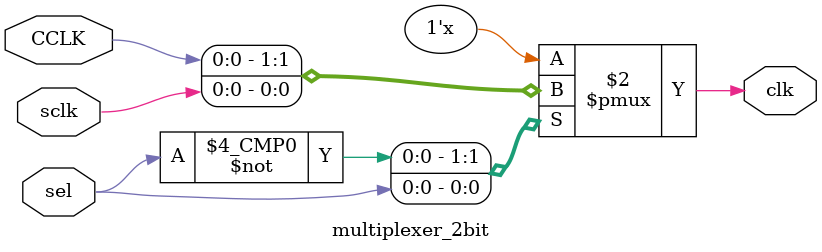
<source format=v>
`timescale 1ns / 1ps

module multiplexer_2bit(input CCLK, sclk, sel, output reg clk);
    // Calculate which value should be passed to out based on sel
    always @ * begin
        case(sel)
            // Use hardware clock
            1'b0: clk = CCLK;
            // Use scaled clock
            1'b1: clk = sclk;
        endcase
    end
endmodule

</source>
